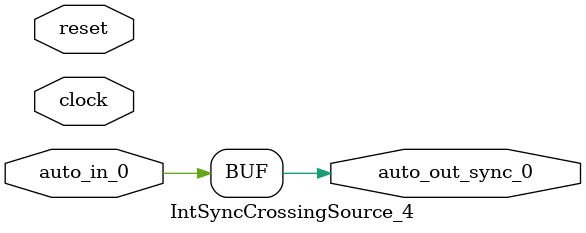
<source format=v>
module IntSyncCrossingSource_4(
  input   clock,
  input   reset,
  input   auto_in_0,
  output  auto_out_sync_0
);
  assign auto_out_sync_0 = auto_in_0; // @[Nodes.scala 1210:84 LazyModule.scala 309:16]
endmodule

</source>
